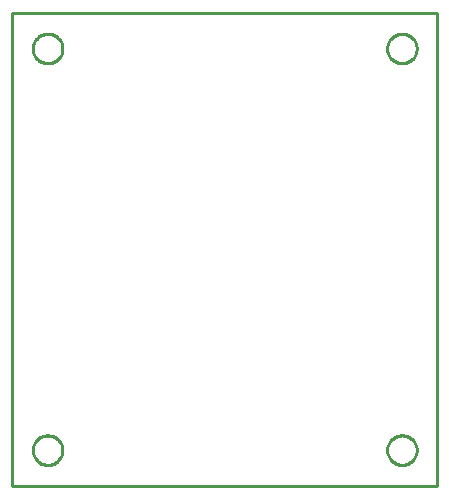
<source format=gbr>
G04 EAGLE Gerber RS-274X export*
G75*
%MOMM*%
%FSLAX34Y34*%
%LPD*%
%IN*%
%IPPOS*%
%AMOC8*
5,1,8,0,0,1.08239X$1,22.5*%
G01*
%ADD10C,0.254000*%


D10*
X0Y0D02*
X360000Y0D01*
X360000Y400000D01*
X0Y400000D01*
X0Y0D01*
X42500Y369509D02*
X42423Y368530D01*
X42269Y367560D01*
X42040Y366604D01*
X41736Y365670D01*
X41361Y364763D01*
X40915Y363888D01*
X40401Y363050D01*
X39824Y362255D01*
X39186Y361508D01*
X38492Y360814D01*
X37745Y360176D01*
X36950Y359599D01*
X36112Y359085D01*
X35237Y358639D01*
X34330Y358264D01*
X33396Y357960D01*
X32441Y357731D01*
X31470Y357577D01*
X30491Y357500D01*
X29509Y357500D01*
X28530Y357577D01*
X27560Y357731D01*
X26604Y357960D01*
X25670Y358264D01*
X24763Y358639D01*
X23888Y359085D01*
X23050Y359599D01*
X22255Y360176D01*
X21508Y360814D01*
X20814Y361508D01*
X20176Y362255D01*
X19599Y363050D01*
X19085Y363888D01*
X18639Y364763D01*
X18264Y365670D01*
X17960Y366604D01*
X17731Y367560D01*
X17577Y368530D01*
X17500Y369509D01*
X17500Y370491D01*
X17577Y371470D01*
X17731Y372441D01*
X17960Y373396D01*
X18264Y374330D01*
X18639Y375237D01*
X19085Y376112D01*
X19599Y376950D01*
X20176Y377745D01*
X20814Y378492D01*
X21508Y379186D01*
X22255Y379824D01*
X23050Y380401D01*
X23888Y380915D01*
X24763Y381361D01*
X25670Y381736D01*
X26604Y382040D01*
X27560Y382269D01*
X28530Y382423D01*
X29509Y382500D01*
X30491Y382500D01*
X31470Y382423D01*
X32441Y382269D01*
X33396Y382040D01*
X34330Y381736D01*
X35237Y381361D01*
X36112Y380915D01*
X36950Y380401D01*
X37745Y379824D01*
X38492Y379186D01*
X39186Y378492D01*
X39824Y377745D01*
X40401Y376950D01*
X40915Y376112D01*
X41361Y375237D01*
X41736Y374330D01*
X42040Y373396D01*
X42269Y372441D01*
X42423Y371470D01*
X42500Y370491D01*
X42500Y369509D01*
X342500Y369509D02*
X342423Y368530D01*
X342269Y367560D01*
X342040Y366604D01*
X341736Y365670D01*
X341361Y364763D01*
X340915Y363888D01*
X340401Y363050D01*
X339824Y362255D01*
X339186Y361508D01*
X338492Y360814D01*
X337745Y360176D01*
X336950Y359599D01*
X336112Y359085D01*
X335237Y358639D01*
X334330Y358264D01*
X333396Y357960D01*
X332441Y357731D01*
X331470Y357577D01*
X330491Y357500D01*
X329509Y357500D01*
X328530Y357577D01*
X327560Y357731D01*
X326604Y357960D01*
X325670Y358264D01*
X324763Y358639D01*
X323888Y359085D01*
X323050Y359599D01*
X322255Y360176D01*
X321508Y360814D01*
X320814Y361508D01*
X320176Y362255D01*
X319599Y363050D01*
X319085Y363888D01*
X318639Y364763D01*
X318264Y365670D01*
X317960Y366604D01*
X317731Y367560D01*
X317577Y368530D01*
X317500Y369509D01*
X317500Y370491D01*
X317577Y371470D01*
X317731Y372441D01*
X317960Y373396D01*
X318264Y374330D01*
X318639Y375237D01*
X319085Y376112D01*
X319599Y376950D01*
X320176Y377745D01*
X320814Y378492D01*
X321508Y379186D01*
X322255Y379824D01*
X323050Y380401D01*
X323888Y380915D01*
X324763Y381361D01*
X325670Y381736D01*
X326604Y382040D01*
X327560Y382269D01*
X328530Y382423D01*
X329509Y382500D01*
X330491Y382500D01*
X331470Y382423D01*
X332441Y382269D01*
X333396Y382040D01*
X334330Y381736D01*
X335237Y381361D01*
X336112Y380915D01*
X336950Y380401D01*
X337745Y379824D01*
X338492Y379186D01*
X339186Y378492D01*
X339824Y377745D01*
X340401Y376950D01*
X340915Y376112D01*
X341361Y375237D01*
X341736Y374330D01*
X342040Y373396D01*
X342269Y372441D01*
X342423Y371470D01*
X342500Y370491D01*
X342500Y369509D01*
X342500Y29509D02*
X342423Y28530D01*
X342269Y27560D01*
X342040Y26604D01*
X341736Y25670D01*
X341361Y24763D01*
X340915Y23888D01*
X340401Y23050D01*
X339824Y22255D01*
X339186Y21508D01*
X338492Y20814D01*
X337745Y20176D01*
X336950Y19599D01*
X336112Y19085D01*
X335237Y18639D01*
X334330Y18264D01*
X333396Y17960D01*
X332441Y17731D01*
X331470Y17577D01*
X330491Y17500D01*
X329509Y17500D01*
X328530Y17577D01*
X327560Y17731D01*
X326604Y17960D01*
X325670Y18264D01*
X324763Y18639D01*
X323888Y19085D01*
X323050Y19599D01*
X322255Y20176D01*
X321508Y20814D01*
X320814Y21508D01*
X320176Y22255D01*
X319599Y23050D01*
X319085Y23888D01*
X318639Y24763D01*
X318264Y25670D01*
X317960Y26604D01*
X317731Y27560D01*
X317577Y28530D01*
X317500Y29509D01*
X317500Y30491D01*
X317577Y31470D01*
X317731Y32441D01*
X317960Y33396D01*
X318264Y34330D01*
X318639Y35237D01*
X319085Y36112D01*
X319599Y36950D01*
X320176Y37745D01*
X320814Y38492D01*
X321508Y39186D01*
X322255Y39824D01*
X323050Y40401D01*
X323888Y40915D01*
X324763Y41361D01*
X325670Y41736D01*
X326604Y42040D01*
X327560Y42269D01*
X328530Y42423D01*
X329509Y42500D01*
X330491Y42500D01*
X331470Y42423D01*
X332441Y42269D01*
X333396Y42040D01*
X334330Y41736D01*
X335237Y41361D01*
X336112Y40915D01*
X336950Y40401D01*
X337745Y39824D01*
X338492Y39186D01*
X339186Y38492D01*
X339824Y37745D01*
X340401Y36950D01*
X340915Y36112D01*
X341361Y35237D01*
X341736Y34330D01*
X342040Y33396D01*
X342269Y32441D01*
X342423Y31470D01*
X342500Y30491D01*
X342500Y29509D01*
X42500Y29509D02*
X42423Y28530D01*
X42269Y27560D01*
X42040Y26604D01*
X41736Y25670D01*
X41361Y24763D01*
X40915Y23888D01*
X40401Y23050D01*
X39824Y22255D01*
X39186Y21508D01*
X38492Y20814D01*
X37745Y20176D01*
X36950Y19599D01*
X36112Y19085D01*
X35237Y18639D01*
X34330Y18264D01*
X33396Y17960D01*
X32441Y17731D01*
X31470Y17577D01*
X30491Y17500D01*
X29509Y17500D01*
X28530Y17577D01*
X27560Y17731D01*
X26604Y17960D01*
X25670Y18264D01*
X24763Y18639D01*
X23888Y19085D01*
X23050Y19599D01*
X22255Y20176D01*
X21508Y20814D01*
X20814Y21508D01*
X20176Y22255D01*
X19599Y23050D01*
X19085Y23888D01*
X18639Y24763D01*
X18264Y25670D01*
X17960Y26604D01*
X17731Y27560D01*
X17577Y28530D01*
X17500Y29509D01*
X17500Y30491D01*
X17577Y31470D01*
X17731Y32441D01*
X17960Y33396D01*
X18264Y34330D01*
X18639Y35237D01*
X19085Y36112D01*
X19599Y36950D01*
X20176Y37745D01*
X20814Y38492D01*
X21508Y39186D01*
X22255Y39824D01*
X23050Y40401D01*
X23888Y40915D01*
X24763Y41361D01*
X25670Y41736D01*
X26604Y42040D01*
X27560Y42269D01*
X28530Y42423D01*
X29509Y42500D01*
X30491Y42500D01*
X31470Y42423D01*
X32441Y42269D01*
X33396Y42040D01*
X34330Y41736D01*
X35237Y41361D01*
X36112Y40915D01*
X36950Y40401D01*
X37745Y39824D01*
X38492Y39186D01*
X39186Y38492D01*
X39824Y37745D01*
X40401Y36950D01*
X40915Y36112D01*
X41361Y35237D01*
X41736Y34330D01*
X42040Y33396D01*
X42269Y32441D01*
X42423Y31470D01*
X42500Y30491D01*
X42500Y29509D01*
M02*

</source>
